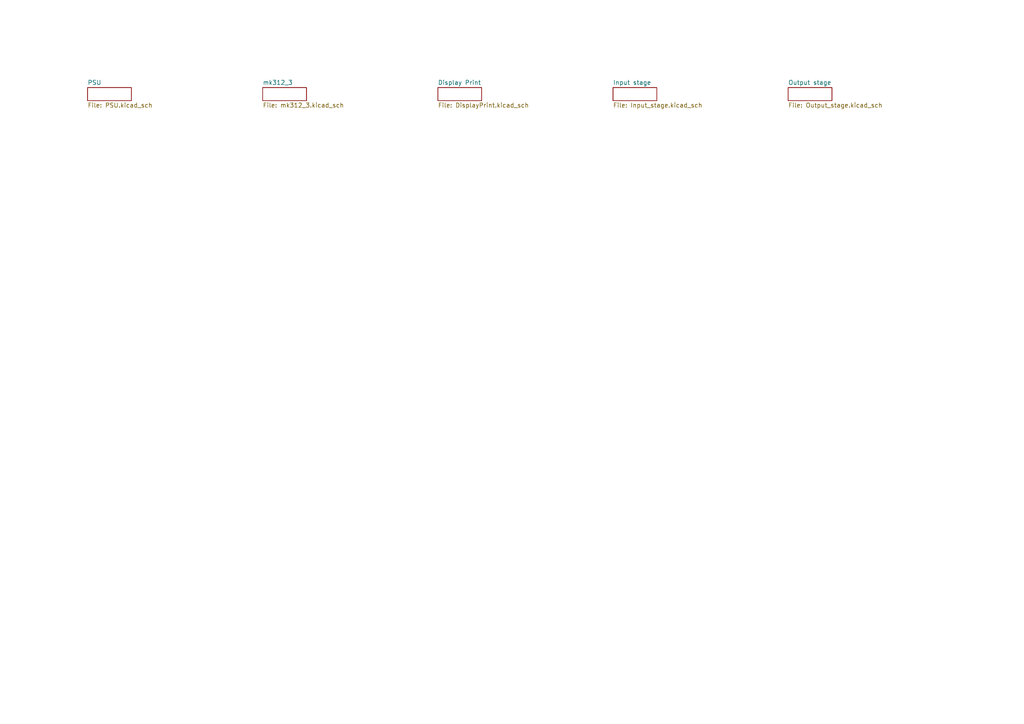
<source format=kicad_sch>
(kicad_sch (version 20211123) (generator eeschema)
  (paper "A4")
  (lib_symbols)
  (sheet (at 228.6 25.4) (size 12.7 3.81)
    (property "Sheet name" "Output stage" (at 228.6 24.6884 0) (effects (justify left bottom)))
    (property "Sheet file" "Output_stage.kicad_sch" (at 228.6 29.7946 0) (effects (justify left top)))
  )
  (sheet (at 177.8 25.4) (size 12.7 3.81)
    (property "Sheet name" "Input stage" (at 177.8 24.6884 0) (effects (justify left bottom)))
    (property "Sheet file" "Input_stage.kicad_sch" (at 177.8 29.7946 0) (effects (justify left top)))
  )
  (sheet (at 25.4 25.4) (size 12.7 3.81)
    (property "Sheet name" "PSU" (at 25.4 24.6884 0) (effects (justify left bottom)))
    (property "Sheet file" "PSU.kicad_sch" (at 25.4 29.7946 0) (effects (justify left top)))
  )
  (sheet (at 76.2 25.4) (size 12.7 3.81)
    (property "Sheet name" "mk312_3" (at 76.2 24.6884 0) (effects (justify left bottom)))
    (property "Sheet file" "mk312_3.kicad_sch" (at 76.2 29.7946 0) (effects (justify left top)))
  )
  (sheet (at 127 25.4) (size 12.7 3.81)
    (property "Sheet name" "Display Print" (at 127 24.6884 0) (effects (justify left bottom)))
    (property "Sheet file" "DisplayPrint.kicad_sch" (at 127 29.7946 0) (effects (justify left top)))
  )
)
</source>
